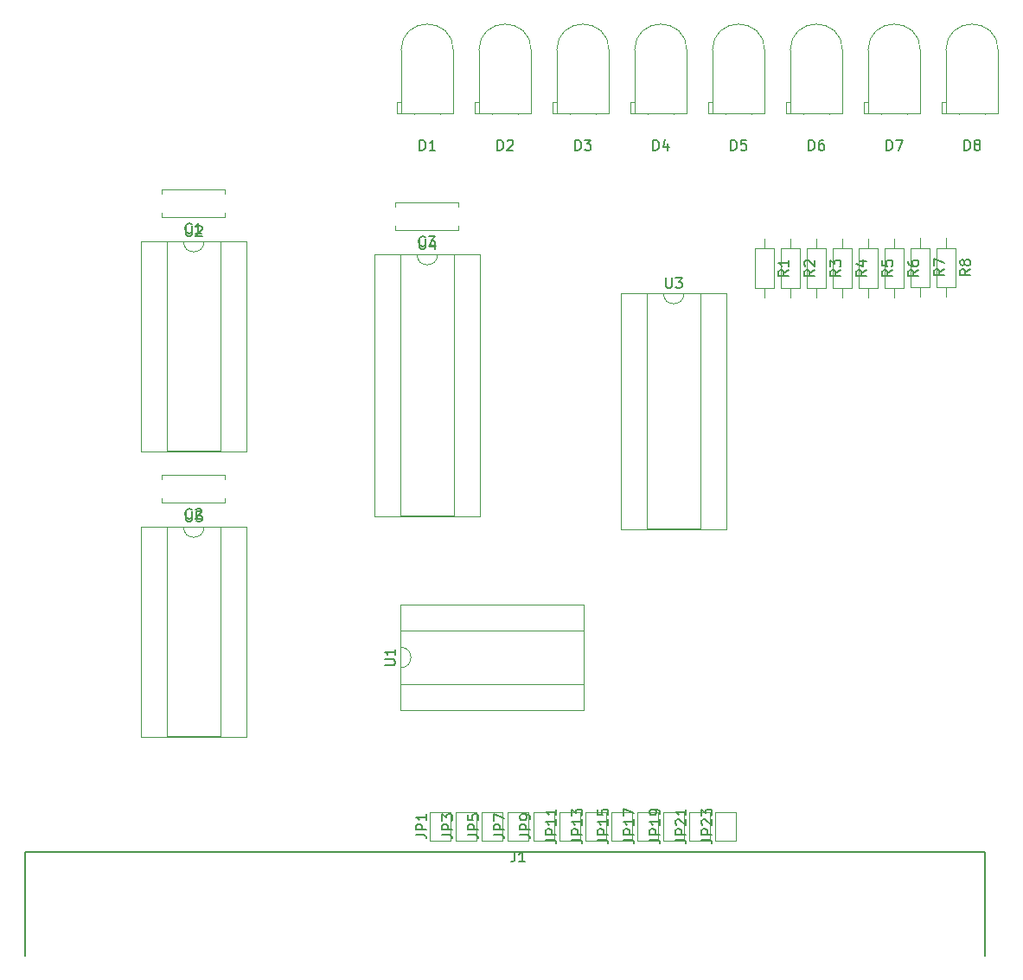
<source format=gto>
G04 #@! TF.GenerationSoftware,KiCad,Pcbnew,(5.0.1)-3*
G04 #@! TF.CreationDate,2018-12-11T20:57:09+00:00*
G04 #@! TF.ProjectId,Register (8 Bit),52656769737465722028382042697429,rev?*
G04 #@! TF.SameCoordinates,Original*
G04 #@! TF.FileFunction,Legend,Top*
G04 #@! TF.FilePolarity,Positive*
%FSLAX46Y46*%
G04 Gerber Fmt 4.6, Leading zero omitted, Abs format (unit mm)*
G04 Created by KiCad (PCBNEW (5.0.1)-3) date 11/12/2018 20:57:09*
%MOMM*%
%LPD*%
G01*
G04 APERTURE LIST*
%ADD10C,0.150000*%
%ADD11C,0.120000*%
G04 APERTURE END LIST*
D10*
G04 #@! TO.C,J1*
X53340000Y-175260000D02*
X53340000Y-185420000D01*
X147320000Y-185420000D02*
X147320000Y-175260000D01*
X147320000Y-175260000D02*
X53340000Y-175260000D01*
D11*
G04 #@! TO.C,D3*
X106680000Y-103060000D02*
X106680000Y-103060000D01*
X106680000Y-102930000D02*
X106680000Y-103060000D01*
X106680000Y-102930000D02*
X106680000Y-102930000D01*
X106680000Y-103060000D02*
X106680000Y-102930000D01*
X109220000Y-103060000D02*
X109220000Y-103060000D01*
X109220000Y-102930000D02*
X109220000Y-103060000D01*
X109220000Y-102930000D02*
X109220000Y-102930000D01*
X109220000Y-103060000D02*
X109220000Y-102930000D01*
X105390000Y-102930000D02*
X104990000Y-102930000D01*
X105390000Y-101810000D02*
X105390000Y-102930000D01*
X104990000Y-101810000D02*
X105390000Y-101810000D01*
X104990000Y-102930000D02*
X104990000Y-101810000D01*
X110510000Y-102930000D02*
X105390000Y-102930000D01*
X105390000Y-102930000D02*
X105390000Y-96770000D01*
X110510000Y-102930000D02*
X110510000Y-96770000D01*
X105390000Y-96770000D02*
G75*
G02X110510000Y-96770000I2560000J0D01*
G01*
G04 #@! TO.C,D8*
X144780000Y-103060000D02*
X144780000Y-103060000D01*
X144780000Y-102930000D02*
X144780000Y-103060000D01*
X144780000Y-102930000D02*
X144780000Y-102930000D01*
X144780000Y-103060000D02*
X144780000Y-102930000D01*
X147320000Y-103060000D02*
X147320000Y-103060000D01*
X147320000Y-102930000D02*
X147320000Y-103060000D01*
X147320000Y-102930000D02*
X147320000Y-102930000D01*
X147320000Y-103060000D02*
X147320000Y-102930000D01*
X143490000Y-102930000D02*
X143090000Y-102930000D01*
X143490000Y-101810000D02*
X143490000Y-102930000D01*
X143090000Y-101810000D02*
X143490000Y-101810000D01*
X143090000Y-102930000D02*
X143090000Y-101810000D01*
X148610000Y-102930000D02*
X143490000Y-102930000D01*
X143490000Y-102930000D02*
X143490000Y-96770000D01*
X148610000Y-102930000D02*
X148610000Y-96770000D01*
X143490000Y-96770000D02*
G75*
G02X148610000Y-96770000I2560000J0D01*
G01*
G04 #@! TO.C,D6*
X129540000Y-103060000D02*
X129540000Y-103060000D01*
X129540000Y-102930000D02*
X129540000Y-103060000D01*
X129540000Y-102930000D02*
X129540000Y-102930000D01*
X129540000Y-103060000D02*
X129540000Y-102930000D01*
X132080000Y-103060000D02*
X132080000Y-103060000D01*
X132080000Y-102930000D02*
X132080000Y-103060000D01*
X132080000Y-102930000D02*
X132080000Y-102930000D01*
X132080000Y-103060000D02*
X132080000Y-102930000D01*
X128250000Y-102930000D02*
X127850000Y-102930000D01*
X128250000Y-101810000D02*
X128250000Y-102930000D01*
X127850000Y-101810000D02*
X128250000Y-101810000D01*
X127850000Y-102930000D02*
X127850000Y-101810000D01*
X133370000Y-102930000D02*
X128250000Y-102930000D01*
X128250000Y-102930000D02*
X128250000Y-96770000D01*
X133370000Y-102930000D02*
X133370000Y-96770000D01*
X128250000Y-96770000D02*
G75*
G02X133370000Y-96770000I2560000J0D01*
G01*
G04 #@! TO.C,D4*
X114300000Y-103060000D02*
X114300000Y-103060000D01*
X114300000Y-102930000D02*
X114300000Y-103060000D01*
X114300000Y-102930000D02*
X114300000Y-102930000D01*
X114300000Y-103060000D02*
X114300000Y-102930000D01*
X116840000Y-103060000D02*
X116840000Y-103060000D01*
X116840000Y-102930000D02*
X116840000Y-103060000D01*
X116840000Y-102930000D02*
X116840000Y-102930000D01*
X116840000Y-103060000D02*
X116840000Y-102930000D01*
X113010000Y-102930000D02*
X112610000Y-102930000D01*
X113010000Y-101810000D02*
X113010000Y-102930000D01*
X112610000Y-101810000D02*
X113010000Y-101810000D01*
X112610000Y-102930000D02*
X112610000Y-101810000D01*
X118130000Y-102930000D02*
X113010000Y-102930000D01*
X113010000Y-102930000D02*
X113010000Y-96770000D01*
X118130000Y-102930000D02*
X118130000Y-96770000D01*
X113010000Y-96770000D02*
G75*
G02X118130000Y-96770000I2560000J0D01*
G01*
G04 #@! TO.C,D1*
X91440000Y-103060000D02*
X91440000Y-103060000D01*
X91440000Y-102930000D02*
X91440000Y-103060000D01*
X91440000Y-102930000D02*
X91440000Y-102930000D01*
X91440000Y-103060000D02*
X91440000Y-102930000D01*
X93980000Y-103060000D02*
X93980000Y-103060000D01*
X93980000Y-102930000D02*
X93980000Y-103060000D01*
X93980000Y-102930000D02*
X93980000Y-102930000D01*
X93980000Y-103060000D02*
X93980000Y-102930000D01*
X90150000Y-102930000D02*
X89750000Y-102930000D01*
X90150000Y-101810000D02*
X90150000Y-102930000D01*
X89750000Y-101810000D02*
X90150000Y-101810000D01*
X89750000Y-102930000D02*
X89750000Y-101810000D01*
X95270000Y-102930000D02*
X90150000Y-102930000D01*
X90150000Y-102930000D02*
X90150000Y-96770000D01*
X95270000Y-102930000D02*
X95270000Y-96770000D01*
X90150000Y-96770000D02*
G75*
G02X95270000Y-96770000I2560000J0D01*
G01*
G04 #@! TO.C,D5*
X121920000Y-103060000D02*
X121920000Y-103060000D01*
X121920000Y-102930000D02*
X121920000Y-103060000D01*
X121920000Y-102930000D02*
X121920000Y-102930000D01*
X121920000Y-103060000D02*
X121920000Y-102930000D01*
X124460000Y-103060000D02*
X124460000Y-103060000D01*
X124460000Y-102930000D02*
X124460000Y-103060000D01*
X124460000Y-102930000D02*
X124460000Y-102930000D01*
X124460000Y-103060000D02*
X124460000Y-102930000D01*
X120630000Y-102930000D02*
X120230000Y-102930000D01*
X120630000Y-101810000D02*
X120630000Y-102930000D01*
X120230000Y-101810000D02*
X120630000Y-101810000D01*
X120230000Y-102930000D02*
X120230000Y-101810000D01*
X125750000Y-102930000D02*
X120630000Y-102930000D01*
X120630000Y-102930000D02*
X120630000Y-96770000D01*
X125750000Y-102930000D02*
X125750000Y-96770000D01*
X120630000Y-96770000D02*
G75*
G02X125750000Y-96770000I2560000J0D01*
G01*
G04 #@! TO.C,D7*
X137160000Y-103060000D02*
X137160000Y-103060000D01*
X137160000Y-102930000D02*
X137160000Y-103060000D01*
X137160000Y-102930000D02*
X137160000Y-102930000D01*
X137160000Y-103060000D02*
X137160000Y-102930000D01*
X139700000Y-103060000D02*
X139700000Y-103060000D01*
X139700000Y-102930000D02*
X139700000Y-103060000D01*
X139700000Y-102930000D02*
X139700000Y-102930000D01*
X139700000Y-103060000D02*
X139700000Y-102930000D01*
X135870000Y-102930000D02*
X135470000Y-102930000D01*
X135870000Y-101810000D02*
X135870000Y-102930000D01*
X135470000Y-101810000D02*
X135870000Y-101810000D01*
X135470000Y-102930000D02*
X135470000Y-101810000D01*
X140990000Y-102930000D02*
X135870000Y-102930000D01*
X135870000Y-102930000D02*
X135870000Y-96770000D01*
X140990000Y-102930000D02*
X140990000Y-96770000D01*
X135870000Y-96770000D02*
G75*
G02X140990000Y-96770000I2560000J0D01*
G01*
G04 #@! TO.C,D2*
X99060000Y-103060000D02*
X99060000Y-103060000D01*
X99060000Y-102930000D02*
X99060000Y-103060000D01*
X99060000Y-102930000D02*
X99060000Y-102930000D01*
X99060000Y-103060000D02*
X99060000Y-102930000D01*
X101600000Y-103060000D02*
X101600000Y-103060000D01*
X101600000Y-102930000D02*
X101600000Y-103060000D01*
X101600000Y-102930000D02*
X101600000Y-102930000D01*
X101600000Y-103060000D02*
X101600000Y-102930000D01*
X97770000Y-102930000D02*
X97370000Y-102930000D01*
X97770000Y-101810000D02*
X97770000Y-102930000D01*
X97370000Y-101810000D02*
X97770000Y-101810000D01*
X97370000Y-102930000D02*
X97370000Y-101810000D01*
X102890000Y-102930000D02*
X97770000Y-102930000D01*
X97770000Y-102930000D02*
X97770000Y-96770000D01*
X102890000Y-102930000D02*
X102890000Y-96770000D01*
X97770000Y-96770000D02*
G75*
G02X102890000Y-96770000I2560000J0D01*
G01*
G04 #@! TO.C,U2*
X74990000Y-115450000D02*
X64710000Y-115450000D01*
X74990000Y-136010000D02*
X74990000Y-115450000D01*
X64710000Y-136010000D02*
X74990000Y-136010000D01*
X64710000Y-115450000D02*
X64710000Y-136010000D01*
X72500000Y-115510000D02*
X70850000Y-115510000D01*
X72500000Y-135950000D02*
X72500000Y-115510000D01*
X67200000Y-135950000D02*
X72500000Y-135950000D01*
X67200000Y-115510000D02*
X67200000Y-135950000D01*
X68850000Y-115510000D02*
X67200000Y-115510000D01*
X70850000Y-115510000D02*
G75*
G02X68850000Y-115510000I-1000000J0D01*
G01*
G04 #@! TO.C,U5*
X74990000Y-143390000D02*
X64710000Y-143390000D01*
X74990000Y-163950000D02*
X74990000Y-143390000D01*
X64710000Y-163950000D02*
X74990000Y-163950000D01*
X64710000Y-143390000D02*
X64710000Y-163950000D01*
X72500000Y-143450000D02*
X70850000Y-143450000D01*
X72500000Y-163890000D02*
X72500000Y-143450000D01*
X67200000Y-163890000D02*
X72500000Y-163890000D01*
X67200000Y-143450000D02*
X67200000Y-163890000D01*
X68850000Y-143450000D02*
X67200000Y-143450000D01*
X70850000Y-143450000D02*
G75*
G02X68850000Y-143450000I-1000000J0D01*
G01*
G04 #@! TO.C,U4*
X97850000Y-116720000D02*
X87570000Y-116720000D01*
X97850000Y-142360000D02*
X97850000Y-116720000D01*
X87570000Y-142360000D02*
X97850000Y-142360000D01*
X87570000Y-116720000D02*
X87570000Y-142360000D01*
X95360000Y-116780000D02*
X93710000Y-116780000D01*
X95360000Y-142300000D02*
X95360000Y-116780000D01*
X90060000Y-142300000D02*
X95360000Y-142300000D01*
X90060000Y-116780000D02*
X90060000Y-142300000D01*
X91710000Y-116780000D02*
X90060000Y-116780000D01*
X93710000Y-116780000D02*
G75*
G02X91710000Y-116780000I-1000000J0D01*
G01*
G04 #@! TO.C,R1*
X125730000Y-120980000D02*
X125730000Y-120030000D01*
X125730000Y-115240000D02*
X125730000Y-116190000D01*
X126650000Y-120030000D02*
X126650000Y-116190000D01*
X124810000Y-120030000D02*
X126650000Y-120030000D01*
X124810000Y-116190000D02*
X124810000Y-120030000D01*
X126650000Y-116190000D02*
X124810000Y-116190000D01*
G04 #@! TO.C,R2*
X128270000Y-120980000D02*
X128270000Y-120030000D01*
X128270000Y-115240000D02*
X128270000Y-116190000D01*
X129190000Y-120030000D02*
X129190000Y-116190000D01*
X127350000Y-120030000D02*
X129190000Y-120030000D01*
X127350000Y-116190000D02*
X127350000Y-120030000D01*
X129190000Y-116190000D02*
X127350000Y-116190000D01*
G04 #@! TO.C,R3*
X130810000Y-120980000D02*
X130810000Y-120030000D01*
X130810000Y-115240000D02*
X130810000Y-116190000D01*
X131730000Y-120030000D02*
X131730000Y-116190000D01*
X129890000Y-120030000D02*
X131730000Y-120030000D01*
X129890000Y-116190000D02*
X129890000Y-120030000D01*
X131730000Y-116190000D02*
X129890000Y-116190000D01*
G04 #@! TO.C,R4*
X133350000Y-120980000D02*
X133350000Y-120030000D01*
X133350000Y-115240000D02*
X133350000Y-116190000D01*
X134270000Y-120030000D02*
X134270000Y-116190000D01*
X132430000Y-120030000D02*
X134270000Y-120030000D01*
X132430000Y-116190000D02*
X132430000Y-120030000D01*
X134270000Y-116190000D02*
X132430000Y-116190000D01*
G04 #@! TO.C,R5*
X135890000Y-120980000D02*
X135890000Y-120030000D01*
X135890000Y-115240000D02*
X135890000Y-116190000D01*
X136810000Y-120030000D02*
X136810000Y-116190000D01*
X134970000Y-120030000D02*
X136810000Y-120030000D01*
X134970000Y-116190000D02*
X134970000Y-120030000D01*
X136810000Y-116190000D02*
X134970000Y-116190000D01*
G04 #@! TO.C,R6*
X138430000Y-120980000D02*
X138430000Y-120030000D01*
X138430000Y-115240000D02*
X138430000Y-116190000D01*
X139350000Y-120030000D02*
X139350000Y-116190000D01*
X137510000Y-120030000D02*
X139350000Y-120030000D01*
X137510000Y-116190000D02*
X137510000Y-120030000D01*
X139350000Y-116190000D02*
X137510000Y-116190000D01*
G04 #@! TO.C,R7*
X140970000Y-120905349D02*
X140970000Y-119955349D01*
X140970000Y-115165349D02*
X140970000Y-116115349D01*
X141890000Y-119955349D02*
X141890000Y-116115349D01*
X140050000Y-119955349D02*
X141890000Y-119955349D01*
X140050000Y-116115349D02*
X140050000Y-119955349D01*
X141890000Y-116115349D02*
X140050000Y-116115349D01*
G04 #@! TO.C,R8*
X143510000Y-120905349D02*
X143510000Y-119955349D01*
X143510000Y-115165349D02*
X143510000Y-116115349D01*
X144430000Y-119955349D02*
X144430000Y-116115349D01*
X142590000Y-119955349D02*
X144430000Y-119955349D01*
X142590000Y-116115349D02*
X142590000Y-119955349D01*
X144430000Y-116115349D02*
X142590000Y-116115349D01*
G04 #@! TO.C,U3*
X121980000Y-120530000D02*
X111700000Y-120530000D01*
X121980000Y-143630000D02*
X121980000Y-120530000D01*
X111700000Y-143630000D02*
X121980000Y-143630000D01*
X111700000Y-120530000D02*
X111700000Y-143630000D01*
X119490000Y-120590000D02*
X117840000Y-120590000D01*
X119490000Y-143570000D02*
X119490000Y-120590000D01*
X114190000Y-143570000D02*
X119490000Y-143570000D01*
X114190000Y-120590000D02*
X114190000Y-143570000D01*
X115840000Y-120590000D02*
X114190000Y-120590000D01*
X117840000Y-120590000D02*
G75*
G02X115840000Y-120590000I-1000000J0D01*
G01*
G04 #@! TO.C,C1*
X66690000Y-110835000D02*
X66690000Y-110390000D01*
X66690000Y-113130000D02*
X66690000Y-112685000D01*
X72930000Y-110835000D02*
X72930000Y-110390000D01*
X72930000Y-113130000D02*
X72930000Y-112685000D01*
X72930000Y-110390000D02*
X66690000Y-110390000D01*
X72930000Y-113130000D02*
X66690000Y-113130000D01*
G04 #@! TO.C,C2*
X66690000Y-138775000D02*
X66690000Y-138330000D01*
X66690000Y-141070000D02*
X66690000Y-140625000D01*
X72930000Y-138775000D02*
X72930000Y-138330000D01*
X72930000Y-141070000D02*
X72930000Y-140625000D01*
X72930000Y-138330000D02*
X66690000Y-138330000D01*
X72930000Y-141070000D02*
X66690000Y-141070000D01*
G04 #@! TO.C,C3*
X89550000Y-112105000D02*
X89550000Y-111660000D01*
X89550000Y-114400000D02*
X89550000Y-113955000D01*
X95790000Y-112105000D02*
X95790000Y-111660000D01*
X95790000Y-114400000D02*
X95790000Y-113955000D01*
X95790000Y-111660000D02*
X89550000Y-111660000D01*
X95790000Y-114400000D02*
X89550000Y-114400000D01*
G04 #@! TO.C,U1*
X90050000Y-151070000D02*
X90050000Y-161350000D01*
X108070000Y-151070000D02*
X90050000Y-151070000D01*
X108070000Y-161350000D02*
X108070000Y-151070000D01*
X90050000Y-161350000D02*
X108070000Y-161350000D01*
X90110000Y-153560000D02*
X90110000Y-155210000D01*
X108010000Y-153560000D02*
X90110000Y-153560000D01*
X108010000Y-158860000D02*
X108010000Y-153560000D01*
X90110000Y-158860000D02*
X108010000Y-158860000D01*
X90110000Y-157210000D02*
X90110000Y-158860000D01*
X90110000Y-155210000D02*
G75*
G02X90110000Y-157210000I0J-1000000D01*
G01*
G04 #@! TO.C,JP1*
X92980000Y-174120000D02*
X92980000Y-171320000D01*
X92980000Y-171320000D02*
X94980000Y-171320000D01*
X94980000Y-171320000D02*
X94980000Y-174120000D01*
X94980000Y-174120000D02*
X92980000Y-174120000D01*
G04 #@! TO.C,JP3*
X95520000Y-174120000D02*
X95520000Y-171320000D01*
X95520000Y-171320000D02*
X97520000Y-171320000D01*
X97520000Y-171320000D02*
X97520000Y-174120000D01*
X97520000Y-174120000D02*
X95520000Y-174120000D01*
G04 #@! TO.C,JP5*
X98060000Y-174120000D02*
X98060000Y-171320000D01*
X98060000Y-171320000D02*
X100060000Y-171320000D01*
X100060000Y-171320000D02*
X100060000Y-174120000D01*
X100060000Y-174120000D02*
X98060000Y-174120000D01*
G04 #@! TO.C,JP7*
X100600000Y-174120000D02*
X100600000Y-171320000D01*
X100600000Y-171320000D02*
X102600000Y-171320000D01*
X102600000Y-171320000D02*
X102600000Y-174120000D01*
X102600000Y-174120000D02*
X100600000Y-174120000D01*
G04 #@! TO.C,JP9*
X103140000Y-174120000D02*
X103140000Y-171320000D01*
X103140000Y-171320000D02*
X105140000Y-171320000D01*
X105140000Y-171320000D02*
X105140000Y-174120000D01*
X105140000Y-174120000D02*
X103140000Y-174120000D01*
G04 #@! TO.C,JP11*
X105680000Y-174120000D02*
X105680000Y-171320000D01*
X105680000Y-171320000D02*
X107680000Y-171320000D01*
X107680000Y-171320000D02*
X107680000Y-174120000D01*
X107680000Y-174120000D02*
X105680000Y-174120000D01*
G04 #@! TO.C,JP13*
X108220000Y-174120000D02*
X108220000Y-171320000D01*
X108220000Y-171320000D02*
X110220000Y-171320000D01*
X110220000Y-171320000D02*
X110220000Y-174120000D01*
X110220000Y-174120000D02*
X108220000Y-174120000D01*
G04 #@! TO.C,JP15*
X110760000Y-174120000D02*
X110760000Y-171320000D01*
X110760000Y-171320000D02*
X112760000Y-171320000D01*
X112760000Y-171320000D02*
X112760000Y-174120000D01*
X112760000Y-174120000D02*
X110760000Y-174120000D01*
G04 #@! TO.C,JP17*
X113300000Y-174120000D02*
X113300000Y-171320000D01*
X113300000Y-171320000D02*
X115300000Y-171320000D01*
X115300000Y-171320000D02*
X115300000Y-174120000D01*
X115300000Y-174120000D02*
X113300000Y-174120000D01*
G04 #@! TO.C,JP19*
X115840000Y-174120000D02*
X115840000Y-171320000D01*
X115840000Y-171320000D02*
X117840000Y-171320000D01*
X117840000Y-171320000D02*
X117840000Y-174120000D01*
X117840000Y-174120000D02*
X115840000Y-174120000D01*
G04 #@! TO.C,JP21*
X118380000Y-174120000D02*
X118380000Y-171320000D01*
X118380000Y-171320000D02*
X120380000Y-171320000D01*
X120380000Y-171320000D02*
X120380000Y-174120000D01*
X120380000Y-174120000D02*
X118380000Y-174120000D01*
G04 #@! TO.C,JP23*
X120920000Y-174120000D02*
X120920000Y-171320000D01*
X120920000Y-171320000D02*
X122920000Y-171320000D01*
X122920000Y-171320000D02*
X122920000Y-174120000D01*
X122920000Y-174120000D02*
X120920000Y-174120000D01*
G04 #@! TO.C,J1*
D10*
X101266666Y-175212380D02*
X101266666Y-175926666D01*
X101219047Y-176069523D01*
X101123809Y-176164761D01*
X100980952Y-176212380D01*
X100885714Y-176212380D01*
X102266666Y-176212380D02*
X101695238Y-176212380D01*
X101980952Y-176212380D02*
X101980952Y-175212380D01*
X101885714Y-175355238D01*
X101790476Y-175450476D01*
X101695238Y-175498095D01*
G04 #@! TO.C,D3*
X107211904Y-106552380D02*
X107211904Y-105552380D01*
X107450000Y-105552380D01*
X107592857Y-105600000D01*
X107688095Y-105695238D01*
X107735714Y-105790476D01*
X107783333Y-105980952D01*
X107783333Y-106123809D01*
X107735714Y-106314285D01*
X107688095Y-106409523D01*
X107592857Y-106504761D01*
X107450000Y-106552380D01*
X107211904Y-106552380D01*
X108116666Y-105552380D02*
X108735714Y-105552380D01*
X108402380Y-105933333D01*
X108545238Y-105933333D01*
X108640476Y-105980952D01*
X108688095Y-106028571D01*
X108735714Y-106123809D01*
X108735714Y-106361904D01*
X108688095Y-106457142D01*
X108640476Y-106504761D01*
X108545238Y-106552380D01*
X108259523Y-106552380D01*
X108164285Y-106504761D01*
X108116666Y-106457142D01*
G04 #@! TO.C,D8*
X145311904Y-106552380D02*
X145311904Y-105552380D01*
X145550000Y-105552380D01*
X145692857Y-105600000D01*
X145788095Y-105695238D01*
X145835714Y-105790476D01*
X145883333Y-105980952D01*
X145883333Y-106123809D01*
X145835714Y-106314285D01*
X145788095Y-106409523D01*
X145692857Y-106504761D01*
X145550000Y-106552380D01*
X145311904Y-106552380D01*
X146454761Y-105980952D02*
X146359523Y-105933333D01*
X146311904Y-105885714D01*
X146264285Y-105790476D01*
X146264285Y-105742857D01*
X146311904Y-105647619D01*
X146359523Y-105600000D01*
X146454761Y-105552380D01*
X146645238Y-105552380D01*
X146740476Y-105600000D01*
X146788095Y-105647619D01*
X146835714Y-105742857D01*
X146835714Y-105790476D01*
X146788095Y-105885714D01*
X146740476Y-105933333D01*
X146645238Y-105980952D01*
X146454761Y-105980952D01*
X146359523Y-106028571D01*
X146311904Y-106076190D01*
X146264285Y-106171428D01*
X146264285Y-106361904D01*
X146311904Y-106457142D01*
X146359523Y-106504761D01*
X146454761Y-106552380D01*
X146645238Y-106552380D01*
X146740476Y-106504761D01*
X146788095Y-106457142D01*
X146835714Y-106361904D01*
X146835714Y-106171428D01*
X146788095Y-106076190D01*
X146740476Y-106028571D01*
X146645238Y-105980952D01*
G04 #@! TO.C,D6*
X130071904Y-106552380D02*
X130071904Y-105552380D01*
X130310000Y-105552380D01*
X130452857Y-105600000D01*
X130548095Y-105695238D01*
X130595714Y-105790476D01*
X130643333Y-105980952D01*
X130643333Y-106123809D01*
X130595714Y-106314285D01*
X130548095Y-106409523D01*
X130452857Y-106504761D01*
X130310000Y-106552380D01*
X130071904Y-106552380D01*
X131500476Y-105552380D02*
X131310000Y-105552380D01*
X131214761Y-105600000D01*
X131167142Y-105647619D01*
X131071904Y-105790476D01*
X131024285Y-105980952D01*
X131024285Y-106361904D01*
X131071904Y-106457142D01*
X131119523Y-106504761D01*
X131214761Y-106552380D01*
X131405238Y-106552380D01*
X131500476Y-106504761D01*
X131548095Y-106457142D01*
X131595714Y-106361904D01*
X131595714Y-106123809D01*
X131548095Y-106028571D01*
X131500476Y-105980952D01*
X131405238Y-105933333D01*
X131214761Y-105933333D01*
X131119523Y-105980952D01*
X131071904Y-106028571D01*
X131024285Y-106123809D01*
G04 #@! TO.C,D4*
X114831904Y-106552380D02*
X114831904Y-105552380D01*
X115070000Y-105552380D01*
X115212857Y-105600000D01*
X115308095Y-105695238D01*
X115355714Y-105790476D01*
X115403333Y-105980952D01*
X115403333Y-106123809D01*
X115355714Y-106314285D01*
X115308095Y-106409523D01*
X115212857Y-106504761D01*
X115070000Y-106552380D01*
X114831904Y-106552380D01*
X116260476Y-105885714D02*
X116260476Y-106552380D01*
X116022380Y-105504761D02*
X115784285Y-106219047D01*
X116403333Y-106219047D01*
G04 #@! TO.C,D1*
X91971904Y-106552380D02*
X91971904Y-105552380D01*
X92210000Y-105552380D01*
X92352857Y-105600000D01*
X92448095Y-105695238D01*
X92495714Y-105790476D01*
X92543333Y-105980952D01*
X92543333Y-106123809D01*
X92495714Y-106314285D01*
X92448095Y-106409523D01*
X92352857Y-106504761D01*
X92210000Y-106552380D01*
X91971904Y-106552380D01*
X93495714Y-106552380D02*
X92924285Y-106552380D01*
X93210000Y-106552380D02*
X93210000Y-105552380D01*
X93114761Y-105695238D01*
X93019523Y-105790476D01*
X92924285Y-105838095D01*
G04 #@! TO.C,D5*
X122451904Y-106552380D02*
X122451904Y-105552380D01*
X122690000Y-105552380D01*
X122832857Y-105600000D01*
X122928095Y-105695238D01*
X122975714Y-105790476D01*
X123023333Y-105980952D01*
X123023333Y-106123809D01*
X122975714Y-106314285D01*
X122928095Y-106409523D01*
X122832857Y-106504761D01*
X122690000Y-106552380D01*
X122451904Y-106552380D01*
X123928095Y-105552380D02*
X123451904Y-105552380D01*
X123404285Y-106028571D01*
X123451904Y-105980952D01*
X123547142Y-105933333D01*
X123785238Y-105933333D01*
X123880476Y-105980952D01*
X123928095Y-106028571D01*
X123975714Y-106123809D01*
X123975714Y-106361904D01*
X123928095Y-106457142D01*
X123880476Y-106504761D01*
X123785238Y-106552380D01*
X123547142Y-106552380D01*
X123451904Y-106504761D01*
X123404285Y-106457142D01*
G04 #@! TO.C,D7*
X137691904Y-106552380D02*
X137691904Y-105552380D01*
X137930000Y-105552380D01*
X138072857Y-105600000D01*
X138168095Y-105695238D01*
X138215714Y-105790476D01*
X138263333Y-105980952D01*
X138263333Y-106123809D01*
X138215714Y-106314285D01*
X138168095Y-106409523D01*
X138072857Y-106504761D01*
X137930000Y-106552380D01*
X137691904Y-106552380D01*
X138596666Y-105552380D02*
X139263333Y-105552380D01*
X138834761Y-106552380D01*
G04 #@! TO.C,D2*
X99591904Y-106552380D02*
X99591904Y-105552380D01*
X99830000Y-105552380D01*
X99972857Y-105600000D01*
X100068095Y-105695238D01*
X100115714Y-105790476D01*
X100163333Y-105980952D01*
X100163333Y-106123809D01*
X100115714Y-106314285D01*
X100068095Y-106409523D01*
X99972857Y-106504761D01*
X99830000Y-106552380D01*
X99591904Y-106552380D01*
X100544285Y-105647619D02*
X100591904Y-105600000D01*
X100687142Y-105552380D01*
X100925238Y-105552380D01*
X101020476Y-105600000D01*
X101068095Y-105647619D01*
X101115714Y-105742857D01*
X101115714Y-105838095D01*
X101068095Y-105980952D01*
X100496666Y-106552380D01*
X101115714Y-106552380D01*
G04 #@! TO.C,U2*
X69088095Y-113962380D02*
X69088095Y-114771904D01*
X69135714Y-114867142D01*
X69183333Y-114914761D01*
X69278571Y-114962380D01*
X69469047Y-114962380D01*
X69564285Y-114914761D01*
X69611904Y-114867142D01*
X69659523Y-114771904D01*
X69659523Y-113962380D01*
X70088095Y-114057619D02*
X70135714Y-114010000D01*
X70230952Y-113962380D01*
X70469047Y-113962380D01*
X70564285Y-114010000D01*
X70611904Y-114057619D01*
X70659523Y-114152857D01*
X70659523Y-114248095D01*
X70611904Y-114390952D01*
X70040476Y-114962380D01*
X70659523Y-114962380D01*
G04 #@! TO.C,U5*
X69088095Y-141902380D02*
X69088095Y-142711904D01*
X69135714Y-142807142D01*
X69183333Y-142854761D01*
X69278571Y-142902380D01*
X69469047Y-142902380D01*
X69564285Y-142854761D01*
X69611904Y-142807142D01*
X69659523Y-142711904D01*
X69659523Y-141902380D01*
X70611904Y-141902380D02*
X70135714Y-141902380D01*
X70088095Y-142378571D01*
X70135714Y-142330952D01*
X70230952Y-142283333D01*
X70469047Y-142283333D01*
X70564285Y-142330952D01*
X70611904Y-142378571D01*
X70659523Y-142473809D01*
X70659523Y-142711904D01*
X70611904Y-142807142D01*
X70564285Y-142854761D01*
X70469047Y-142902380D01*
X70230952Y-142902380D01*
X70135714Y-142854761D01*
X70088095Y-142807142D01*
G04 #@! TO.C,U4*
X91948095Y-115232380D02*
X91948095Y-116041904D01*
X91995714Y-116137142D01*
X92043333Y-116184761D01*
X92138571Y-116232380D01*
X92329047Y-116232380D01*
X92424285Y-116184761D01*
X92471904Y-116137142D01*
X92519523Y-116041904D01*
X92519523Y-115232380D01*
X93424285Y-115565714D02*
X93424285Y-116232380D01*
X93186190Y-115184761D02*
X92948095Y-115899047D01*
X93567142Y-115899047D01*
G04 #@! TO.C,R1*
X128102380Y-118276666D02*
X127626190Y-118610000D01*
X128102380Y-118848095D02*
X127102380Y-118848095D01*
X127102380Y-118467142D01*
X127150000Y-118371904D01*
X127197619Y-118324285D01*
X127292857Y-118276666D01*
X127435714Y-118276666D01*
X127530952Y-118324285D01*
X127578571Y-118371904D01*
X127626190Y-118467142D01*
X127626190Y-118848095D01*
X128102380Y-117324285D02*
X128102380Y-117895714D01*
X128102380Y-117610000D02*
X127102380Y-117610000D01*
X127245238Y-117705238D01*
X127340476Y-117800476D01*
X127388095Y-117895714D01*
G04 #@! TO.C,R2*
X130642380Y-118276666D02*
X130166190Y-118610000D01*
X130642380Y-118848095D02*
X129642380Y-118848095D01*
X129642380Y-118467142D01*
X129690000Y-118371904D01*
X129737619Y-118324285D01*
X129832857Y-118276666D01*
X129975714Y-118276666D01*
X130070952Y-118324285D01*
X130118571Y-118371904D01*
X130166190Y-118467142D01*
X130166190Y-118848095D01*
X129737619Y-117895714D02*
X129690000Y-117848095D01*
X129642380Y-117752857D01*
X129642380Y-117514761D01*
X129690000Y-117419523D01*
X129737619Y-117371904D01*
X129832857Y-117324285D01*
X129928095Y-117324285D01*
X130070952Y-117371904D01*
X130642380Y-117943333D01*
X130642380Y-117324285D01*
G04 #@! TO.C,R3*
X133182380Y-118276666D02*
X132706190Y-118610000D01*
X133182380Y-118848095D02*
X132182380Y-118848095D01*
X132182380Y-118467142D01*
X132230000Y-118371904D01*
X132277619Y-118324285D01*
X132372857Y-118276666D01*
X132515714Y-118276666D01*
X132610952Y-118324285D01*
X132658571Y-118371904D01*
X132706190Y-118467142D01*
X132706190Y-118848095D01*
X132182380Y-117943333D02*
X132182380Y-117324285D01*
X132563333Y-117657619D01*
X132563333Y-117514761D01*
X132610952Y-117419523D01*
X132658571Y-117371904D01*
X132753809Y-117324285D01*
X132991904Y-117324285D01*
X133087142Y-117371904D01*
X133134761Y-117419523D01*
X133182380Y-117514761D01*
X133182380Y-117800476D01*
X133134761Y-117895714D01*
X133087142Y-117943333D01*
G04 #@! TO.C,R4*
X135722380Y-118276666D02*
X135246190Y-118610000D01*
X135722380Y-118848095D02*
X134722380Y-118848095D01*
X134722380Y-118467142D01*
X134770000Y-118371904D01*
X134817619Y-118324285D01*
X134912857Y-118276666D01*
X135055714Y-118276666D01*
X135150952Y-118324285D01*
X135198571Y-118371904D01*
X135246190Y-118467142D01*
X135246190Y-118848095D01*
X135055714Y-117419523D02*
X135722380Y-117419523D01*
X134674761Y-117657619D02*
X135389047Y-117895714D01*
X135389047Y-117276666D01*
G04 #@! TO.C,R5*
X138262380Y-118276666D02*
X137786190Y-118610000D01*
X138262380Y-118848095D02*
X137262380Y-118848095D01*
X137262380Y-118467142D01*
X137310000Y-118371904D01*
X137357619Y-118324285D01*
X137452857Y-118276666D01*
X137595714Y-118276666D01*
X137690952Y-118324285D01*
X137738571Y-118371904D01*
X137786190Y-118467142D01*
X137786190Y-118848095D01*
X137262380Y-117371904D02*
X137262380Y-117848095D01*
X137738571Y-117895714D01*
X137690952Y-117848095D01*
X137643333Y-117752857D01*
X137643333Y-117514761D01*
X137690952Y-117419523D01*
X137738571Y-117371904D01*
X137833809Y-117324285D01*
X138071904Y-117324285D01*
X138167142Y-117371904D01*
X138214761Y-117419523D01*
X138262380Y-117514761D01*
X138262380Y-117752857D01*
X138214761Y-117848095D01*
X138167142Y-117895714D01*
G04 #@! TO.C,R6*
X140802380Y-118276666D02*
X140326190Y-118610000D01*
X140802380Y-118848095D02*
X139802380Y-118848095D01*
X139802380Y-118467142D01*
X139850000Y-118371904D01*
X139897619Y-118324285D01*
X139992857Y-118276666D01*
X140135714Y-118276666D01*
X140230952Y-118324285D01*
X140278571Y-118371904D01*
X140326190Y-118467142D01*
X140326190Y-118848095D01*
X139802380Y-117419523D02*
X139802380Y-117610000D01*
X139850000Y-117705238D01*
X139897619Y-117752857D01*
X140040476Y-117848095D01*
X140230952Y-117895714D01*
X140611904Y-117895714D01*
X140707142Y-117848095D01*
X140754761Y-117800476D01*
X140802380Y-117705238D01*
X140802380Y-117514761D01*
X140754761Y-117419523D01*
X140707142Y-117371904D01*
X140611904Y-117324285D01*
X140373809Y-117324285D01*
X140278571Y-117371904D01*
X140230952Y-117419523D01*
X140183333Y-117514761D01*
X140183333Y-117705238D01*
X140230952Y-117800476D01*
X140278571Y-117848095D01*
X140373809Y-117895714D01*
G04 #@! TO.C,R7*
X143342380Y-118202015D02*
X142866190Y-118535349D01*
X143342380Y-118773444D02*
X142342380Y-118773444D01*
X142342380Y-118392491D01*
X142390000Y-118297253D01*
X142437619Y-118249634D01*
X142532857Y-118202015D01*
X142675714Y-118202015D01*
X142770952Y-118249634D01*
X142818571Y-118297253D01*
X142866190Y-118392491D01*
X142866190Y-118773444D01*
X142342380Y-117868682D02*
X142342380Y-117202015D01*
X143342380Y-117630587D01*
G04 #@! TO.C,R8*
X145882380Y-118202015D02*
X145406190Y-118535349D01*
X145882380Y-118773444D02*
X144882380Y-118773444D01*
X144882380Y-118392491D01*
X144930000Y-118297253D01*
X144977619Y-118249634D01*
X145072857Y-118202015D01*
X145215714Y-118202015D01*
X145310952Y-118249634D01*
X145358571Y-118297253D01*
X145406190Y-118392491D01*
X145406190Y-118773444D01*
X145310952Y-117630587D02*
X145263333Y-117725825D01*
X145215714Y-117773444D01*
X145120476Y-117821063D01*
X145072857Y-117821063D01*
X144977619Y-117773444D01*
X144930000Y-117725825D01*
X144882380Y-117630587D01*
X144882380Y-117440110D01*
X144930000Y-117344872D01*
X144977619Y-117297253D01*
X145072857Y-117249634D01*
X145120476Y-117249634D01*
X145215714Y-117297253D01*
X145263333Y-117344872D01*
X145310952Y-117440110D01*
X145310952Y-117630587D01*
X145358571Y-117725825D01*
X145406190Y-117773444D01*
X145501428Y-117821063D01*
X145691904Y-117821063D01*
X145787142Y-117773444D01*
X145834761Y-117725825D01*
X145882380Y-117630587D01*
X145882380Y-117440110D01*
X145834761Y-117344872D01*
X145787142Y-117297253D01*
X145691904Y-117249634D01*
X145501428Y-117249634D01*
X145406190Y-117297253D01*
X145358571Y-117344872D01*
X145310952Y-117440110D01*
G04 #@! TO.C,U3*
X116078095Y-119042380D02*
X116078095Y-119851904D01*
X116125714Y-119947142D01*
X116173333Y-119994761D01*
X116268571Y-120042380D01*
X116459047Y-120042380D01*
X116554285Y-119994761D01*
X116601904Y-119947142D01*
X116649523Y-119851904D01*
X116649523Y-119042380D01*
X117030476Y-119042380D02*
X117649523Y-119042380D01*
X117316190Y-119423333D01*
X117459047Y-119423333D01*
X117554285Y-119470952D01*
X117601904Y-119518571D01*
X117649523Y-119613809D01*
X117649523Y-119851904D01*
X117601904Y-119947142D01*
X117554285Y-119994761D01*
X117459047Y-120042380D01*
X117173333Y-120042380D01*
X117078095Y-119994761D01*
X117030476Y-119947142D01*
G04 #@! TO.C,C1*
X69643333Y-114617142D02*
X69595714Y-114664761D01*
X69452857Y-114712380D01*
X69357619Y-114712380D01*
X69214761Y-114664761D01*
X69119523Y-114569523D01*
X69071904Y-114474285D01*
X69024285Y-114283809D01*
X69024285Y-114140952D01*
X69071904Y-113950476D01*
X69119523Y-113855238D01*
X69214761Y-113760000D01*
X69357619Y-113712380D01*
X69452857Y-113712380D01*
X69595714Y-113760000D01*
X69643333Y-113807619D01*
X70595714Y-114712380D02*
X70024285Y-114712380D01*
X70310000Y-114712380D02*
X70310000Y-113712380D01*
X70214761Y-113855238D01*
X70119523Y-113950476D01*
X70024285Y-113998095D01*
G04 #@! TO.C,C2*
X69643333Y-142557142D02*
X69595714Y-142604761D01*
X69452857Y-142652380D01*
X69357619Y-142652380D01*
X69214761Y-142604761D01*
X69119523Y-142509523D01*
X69071904Y-142414285D01*
X69024285Y-142223809D01*
X69024285Y-142080952D01*
X69071904Y-141890476D01*
X69119523Y-141795238D01*
X69214761Y-141700000D01*
X69357619Y-141652380D01*
X69452857Y-141652380D01*
X69595714Y-141700000D01*
X69643333Y-141747619D01*
X70024285Y-141747619D02*
X70071904Y-141700000D01*
X70167142Y-141652380D01*
X70405238Y-141652380D01*
X70500476Y-141700000D01*
X70548095Y-141747619D01*
X70595714Y-141842857D01*
X70595714Y-141938095D01*
X70548095Y-142080952D01*
X69976666Y-142652380D01*
X70595714Y-142652380D01*
G04 #@! TO.C,C3*
X92503333Y-115887142D02*
X92455714Y-115934761D01*
X92312857Y-115982380D01*
X92217619Y-115982380D01*
X92074761Y-115934761D01*
X91979523Y-115839523D01*
X91931904Y-115744285D01*
X91884285Y-115553809D01*
X91884285Y-115410952D01*
X91931904Y-115220476D01*
X91979523Y-115125238D01*
X92074761Y-115030000D01*
X92217619Y-114982380D01*
X92312857Y-114982380D01*
X92455714Y-115030000D01*
X92503333Y-115077619D01*
X92836666Y-114982380D02*
X93455714Y-114982380D01*
X93122380Y-115363333D01*
X93265238Y-115363333D01*
X93360476Y-115410952D01*
X93408095Y-115458571D01*
X93455714Y-115553809D01*
X93455714Y-115791904D01*
X93408095Y-115887142D01*
X93360476Y-115934761D01*
X93265238Y-115982380D01*
X92979523Y-115982380D01*
X92884285Y-115934761D01*
X92836666Y-115887142D01*
G04 #@! TO.C,U1*
X88562380Y-156971904D02*
X89371904Y-156971904D01*
X89467142Y-156924285D01*
X89514761Y-156876666D01*
X89562380Y-156781428D01*
X89562380Y-156590952D01*
X89514761Y-156495714D01*
X89467142Y-156448095D01*
X89371904Y-156400476D01*
X88562380Y-156400476D01*
X89562380Y-155400476D02*
X89562380Y-155971904D01*
X89562380Y-155686190D02*
X88562380Y-155686190D01*
X88705238Y-155781428D01*
X88800476Y-155876666D01*
X88848095Y-155971904D01*
G04 #@! TO.C,JP1*
X91632380Y-173553333D02*
X92346666Y-173553333D01*
X92489523Y-173600952D01*
X92584761Y-173696190D01*
X92632380Y-173839047D01*
X92632380Y-173934285D01*
X92632380Y-173077142D02*
X91632380Y-173077142D01*
X91632380Y-172696190D01*
X91680000Y-172600952D01*
X91727619Y-172553333D01*
X91822857Y-172505714D01*
X91965714Y-172505714D01*
X92060952Y-172553333D01*
X92108571Y-172600952D01*
X92156190Y-172696190D01*
X92156190Y-173077142D01*
X92632380Y-171553333D02*
X92632380Y-172124761D01*
X92632380Y-171839047D02*
X91632380Y-171839047D01*
X91775238Y-171934285D01*
X91870476Y-172029523D01*
X91918095Y-172124761D01*
G04 #@! TO.C,JP3*
X94172380Y-173553333D02*
X94886666Y-173553333D01*
X95029523Y-173600952D01*
X95124761Y-173696190D01*
X95172380Y-173839047D01*
X95172380Y-173934285D01*
X95172380Y-173077142D02*
X94172380Y-173077142D01*
X94172380Y-172696190D01*
X94220000Y-172600952D01*
X94267619Y-172553333D01*
X94362857Y-172505714D01*
X94505714Y-172505714D01*
X94600952Y-172553333D01*
X94648571Y-172600952D01*
X94696190Y-172696190D01*
X94696190Y-173077142D01*
X94172380Y-172172380D02*
X94172380Y-171553333D01*
X94553333Y-171886666D01*
X94553333Y-171743809D01*
X94600952Y-171648571D01*
X94648571Y-171600952D01*
X94743809Y-171553333D01*
X94981904Y-171553333D01*
X95077142Y-171600952D01*
X95124761Y-171648571D01*
X95172380Y-171743809D01*
X95172380Y-172029523D01*
X95124761Y-172124761D01*
X95077142Y-172172380D01*
G04 #@! TO.C,JP5*
X96712380Y-173553333D02*
X97426666Y-173553333D01*
X97569523Y-173600952D01*
X97664761Y-173696190D01*
X97712380Y-173839047D01*
X97712380Y-173934285D01*
X97712380Y-173077142D02*
X96712380Y-173077142D01*
X96712380Y-172696190D01*
X96760000Y-172600952D01*
X96807619Y-172553333D01*
X96902857Y-172505714D01*
X97045714Y-172505714D01*
X97140952Y-172553333D01*
X97188571Y-172600952D01*
X97236190Y-172696190D01*
X97236190Y-173077142D01*
X96712380Y-171600952D02*
X96712380Y-172077142D01*
X97188571Y-172124761D01*
X97140952Y-172077142D01*
X97093333Y-171981904D01*
X97093333Y-171743809D01*
X97140952Y-171648571D01*
X97188571Y-171600952D01*
X97283809Y-171553333D01*
X97521904Y-171553333D01*
X97617142Y-171600952D01*
X97664761Y-171648571D01*
X97712380Y-171743809D01*
X97712380Y-171981904D01*
X97664761Y-172077142D01*
X97617142Y-172124761D01*
G04 #@! TO.C,JP7*
X99252380Y-173553333D02*
X99966666Y-173553333D01*
X100109523Y-173600952D01*
X100204761Y-173696190D01*
X100252380Y-173839047D01*
X100252380Y-173934285D01*
X100252380Y-173077142D02*
X99252380Y-173077142D01*
X99252380Y-172696190D01*
X99300000Y-172600952D01*
X99347619Y-172553333D01*
X99442857Y-172505714D01*
X99585714Y-172505714D01*
X99680952Y-172553333D01*
X99728571Y-172600952D01*
X99776190Y-172696190D01*
X99776190Y-173077142D01*
X99252380Y-172172380D02*
X99252380Y-171505714D01*
X100252380Y-171934285D01*
G04 #@! TO.C,JP9*
X101792380Y-173553333D02*
X102506666Y-173553333D01*
X102649523Y-173600952D01*
X102744761Y-173696190D01*
X102792380Y-173839047D01*
X102792380Y-173934285D01*
X102792380Y-173077142D02*
X101792380Y-173077142D01*
X101792380Y-172696190D01*
X101840000Y-172600952D01*
X101887619Y-172553333D01*
X101982857Y-172505714D01*
X102125714Y-172505714D01*
X102220952Y-172553333D01*
X102268571Y-172600952D01*
X102316190Y-172696190D01*
X102316190Y-173077142D01*
X102792380Y-172029523D02*
X102792380Y-171839047D01*
X102744761Y-171743809D01*
X102697142Y-171696190D01*
X102554285Y-171600952D01*
X102363809Y-171553333D01*
X101982857Y-171553333D01*
X101887619Y-171600952D01*
X101840000Y-171648571D01*
X101792380Y-171743809D01*
X101792380Y-171934285D01*
X101840000Y-172029523D01*
X101887619Y-172077142D01*
X101982857Y-172124761D01*
X102220952Y-172124761D01*
X102316190Y-172077142D01*
X102363809Y-172029523D01*
X102411428Y-171934285D01*
X102411428Y-171743809D01*
X102363809Y-171648571D01*
X102316190Y-171600952D01*
X102220952Y-171553333D01*
G04 #@! TO.C,JP11*
X104332380Y-174029523D02*
X105046666Y-174029523D01*
X105189523Y-174077142D01*
X105284761Y-174172380D01*
X105332380Y-174315238D01*
X105332380Y-174410476D01*
X105332380Y-173553333D02*
X104332380Y-173553333D01*
X104332380Y-173172380D01*
X104380000Y-173077142D01*
X104427619Y-173029523D01*
X104522857Y-172981904D01*
X104665714Y-172981904D01*
X104760952Y-173029523D01*
X104808571Y-173077142D01*
X104856190Y-173172380D01*
X104856190Y-173553333D01*
X105332380Y-172029523D02*
X105332380Y-172600952D01*
X105332380Y-172315238D02*
X104332380Y-172315238D01*
X104475238Y-172410476D01*
X104570476Y-172505714D01*
X104618095Y-172600952D01*
X105332380Y-171077142D02*
X105332380Y-171648571D01*
X105332380Y-171362857D02*
X104332380Y-171362857D01*
X104475238Y-171458095D01*
X104570476Y-171553333D01*
X104618095Y-171648571D01*
G04 #@! TO.C,JP13*
X106872380Y-174029523D02*
X107586666Y-174029523D01*
X107729523Y-174077142D01*
X107824761Y-174172380D01*
X107872380Y-174315238D01*
X107872380Y-174410476D01*
X107872380Y-173553333D02*
X106872380Y-173553333D01*
X106872380Y-173172380D01*
X106920000Y-173077142D01*
X106967619Y-173029523D01*
X107062857Y-172981904D01*
X107205714Y-172981904D01*
X107300952Y-173029523D01*
X107348571Y-173077142D01*
X107396190Y-173172380D01*
X107396190Y-173553333D01*
X107872380Y-172029523D02*
X107872380Y-172600952D01*
X107872380Y-172315238D02*
X106872380Y-172315238D01*
X107015238Y-172410476D01*
X107110476Y-172505714D01*
X107158095Y-172600952D01*
X106872380Y-171696190D02*
X106872380Y-171077142D01*
X107253333Y-171410476D01*
X107253333Y-171267619D01*
X107300952Y-171172380D01*
X107348571Y-171124761D01*
X107443809Y-171077142D01*
X107681904Y-171077142D01*
X107777142Y-171124761D01*
X107824761Y-171172380D01*
X107872380Y-171267619D01*
X107872380Y-171553333D01*
X107824761Y-171648571D01*
X107777142Y-171696190D01*
G04 #@! TO.C,JP15*
X109412380Y-174029523D02*
X110126666Y-174029523D01*
X110269523Y-174077142D01*
X110364761Y-174172380D01*
X110412380Y-174315238D01*
X110412380Y-174410476D01*
X110412380Y-173553333D02*
X109412380Y-173553333D01*
X109412380Y-173172380D01*
X109460000Y-173077142D01*
X109507619Y-173029523D01*
X109602857Y-172981904D01*
X109745714Y-172981904D01*
X109840952Y-173029523D01*
X109888571Y-173077142D01*
X109936190Y-173172380D01*
X109936190Y-173553333D01*
X110412380Y-172029523D02*
X110412380Y-172600952D01*
X110412380Y-172315238D02*
X109412380Y-172315238D01*
X109555238Y-172410476D01*
X109650476Y-172505714D01*
X109698095Y-172600952D01*
X109412380Y-171124761D02*
X109412380Y-171600952D01*
X109888571Y-171648571D01*
X109840952Y-171600952D01*
X109793333Y-171505714D01*
X109793333Y-171267619D01*
X109840952Y-171172380D01*
X109888571Y-171124761D01*
X109983809Y-171077142D01*
X110221904Y-171077142D01*
X110317142Y-171124761D01*
X110364761Y-171172380D01*
X110412380Y-171267619D01*
X110412380Y-171505714D01*
X110364761Y-171600952D01*
X110317142Y-171648571D01*
G04 #@! TO.C,JP17*
X111952380Y-174029523D02*
X112666666Y-174029523D01*
X112809523Y-174077142D01*
X112904761Y-174172380D01*
X112952380Y-174315238D01*
X112952380Y-174410476D01*
X112952380Y-173553333D02*
X111952380Y-173553333D01*
X111952380Y-173172380D01*
X112000000Y-173077142D01*
X112047619Y-173029523D01*
X112142857Y-172981904D01*
X112285714Y-172981904D01*
X112380952Y-173029523D01*
X112428571Y-173077142D01*
X112476190Y-173172380D01*
X112476190Y-173553333D01*
X112952380Y-172029523D02*
X112952380Y-172600952D01*
X112952380Y-172315238D02*
X111952380Y-172315238D01*
X112095238Y-172410476D01*
X112190476Y-172505714D01*
X112238095Y-172600952D01*
X111952380Y-171696190D02*
X111952380Y-171029523D01*
X112952380Y-171458095D01*
G04 #@! TO.C,JP19*
X114492380Y-174029523D02*
X115206666Y-174029523D01*
X115349523Y-174077142D01*
X115444761Y-174172380D01*
X115492380Y-174315238D01*
X115492380Y-174410476D01*
X115492380Y-173553333D02*
X114492380Y-173553333D01*
X114492380Y-173172380D01*
X114540000Y-173077142D01*
X114587619Y-173029523D01*
X114682857Y-172981904D01*
X114825714Y-172981904D01*
X114920952Y-173029523D01*
X114968571Y-173077142D01*
X115016190Y-173172380D01*
X115016190Y-173553333D01*
X115492380Y-172029523D02*
X115492380Y-172600952D01*
X115492380Y-172315238D02*
X114492380Y-172315238D01*
X114635238Y-172410476D01*
X114730476Y-172505714D01*
X114778095Y-172600952D01*
X115492380Y-171553333D02*
X115492380Y-171362857D01*
X115444761Y-171267619D01*
X115397142Y-171220000D01*
X115254285Y-171124761D01*
X115063809Y-171077142D01*
X114682857Y-171077142D01*
X114587619Y-171124761D01*
X114540000Y-171172380D01*
X114492380Y-171267619D01*
X114492380Y-171458095D01*
X114540000Y-171553333D01*
X114587619Y-171600952D01*
X114682857Y-171648571D01*
X114920952Y-171648571D01*
X115016190Y-171600952D01*
X115063809Y-171553333D01*
X115111428Y-171458095D01*
X115111428Y-171267619D01*
X115063809Y-171172380D01*
X115016190Y-171124761D01*
X114920952Y-171077142D01*
G04 #@! TO.C,JP21*
X117032380Y-174029523D02*
X117746666Y-174029523D01*
X117889523Y-174077142D01*
X117984761Y-174172380D01*
X118032380Y-174315238D01*
X118032380Y-174410476D01*
X118032380Y-173553333D02*
X117032380Y-173553333D01*
X117032380Y-173172380D01*
X117080000Y-173077142D01*
X117127619Y-173029523D01*
X117222857Y-172981904D01*
X117365714Y-172981904D01*
X117460952Y-173029523D01*
X117508571Y-173077142D01*
X117556190Y-173172380D01*
X117556190Y-173553333D01*
X117127619Y-172600952D02*
X117080000Y-172553333D01*
X117032380Y-172458095D01*
X117032380Y-172220000D01*
X117080000Y-172124761D01*
X117127619Y-172077142D01*
X117222857Y-172029523D01*
X117318095Y-172029523D01*
X117460952Y-172077142D01*
X118032380Y-172648571D01*
X118032380Y-172029523D01*
X118032380Y-171077142D02*
X118032380Y-171648571D01*
X118032380Y-171362857D02*
X117032380Y-171362857D01*
X117175238Y-171458095D01*
X117270476Y-171553333D01*
X117318095Y-171648571D01*
G04 #@! TO.C,JP23*
X119572380Y-174029523D02*
X120286666Y-174029523D01*
X120429523Y-174077142D01*
X120524761Y-174172380D01*
X120572380Y-174315238D01*
X120572380Y-174410476D01*
X120572380Y-173553333D02*
X119572380Y-173553333D01*
X119572380Y-173172380D01*
X119620000Y-173077142D01*
X119667619Y-173029523D01*
X119762857Y-172981904D01*
X119905714Y-172981904D01*
X120000952Y-173029523D01*
X120048571Y-173077142D01*
X120096190Y-173172380D01*
X120096190Y-173553333D01*
X119667619Y-172600952D02*
X119620000Y-172553333D01*
X119572380Y-172458095D01*
X119572380Y-172220000D01*
X119620000Y-172124761D01*
X119667619Y-172077142D01*
X119762857Y-172029523D01*
X119858095Y-172029523D01*
X120000952Y-172077142D01*
X120572380Y-172648571D01*
X120572380Y-172029523D01*
X119572380Y-171696190D02*
X119572380Y-171077142D01*
X119953333Y-171410476D01*
X119953333Y-171267619D01*
X120000952Y-171172380D01*
X120048571Y-171124761D01*
X120143809Y-171077142D01*
X120381904Y-171077142D01*
X120477142Y-171124761D01*
X120524761Y-171172380D01*
X120572380Y-171267619D01*
X120572380Y-171553333D01*
X120524761Y-171648571D01*
X120477142Y-171696190D01*
G04 #@! TD*
M02*

</source>
